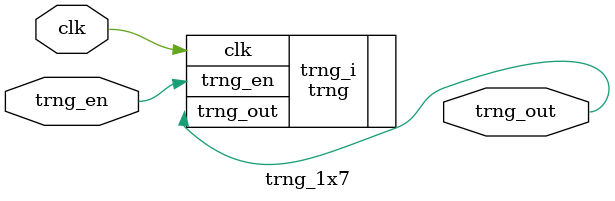
<source format=sv>


`default_nettype none

module trng_1x7 (
    input  clk,     // Sampling clock
    input  trng_en, // Enable all ring oscillators
    output trng_out // Output of the trng
);

    localparam NUM_OSCILLATORS = 1;
    localparam NUM_INVERTER = 7;

    trng #(
        .NUM_INVERTER       (NUM_INVERTER),
        .NUM_OSCILLATORS    (NUM_OSCILLATORS)
    ) trng_i (
        .clk        (clk),
        .trng_en    (trng_en),
        .trng_out   (trng_out)
    );

endmodule

</source>
